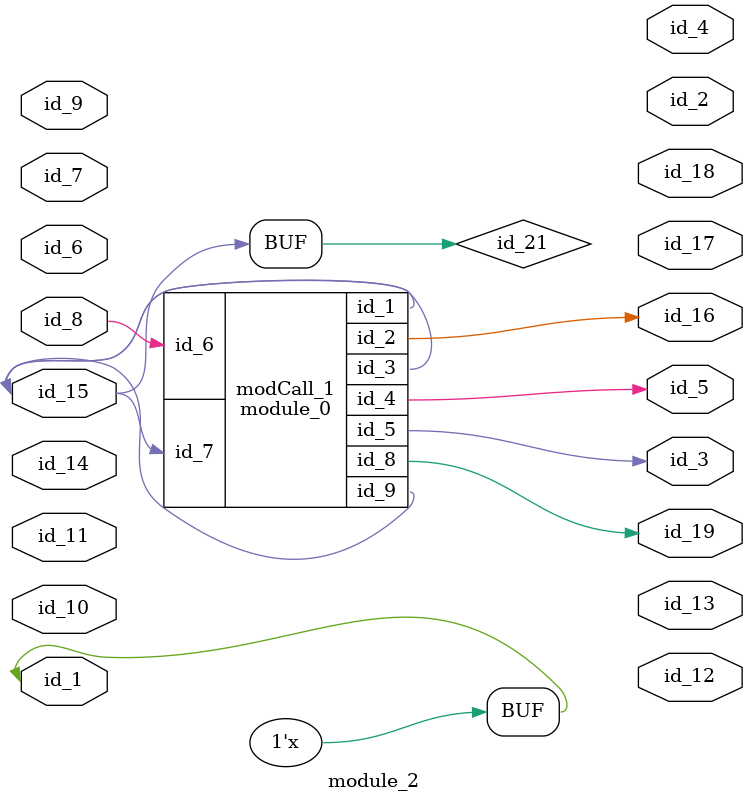
<source format=v>
module module_0 (
    id_1,
    id_2,
    id_3,
    id_4,
    id_5,
    id_6,
    id_7,
    id_8,
    id_9
);
  output wire id_9;
  output wire id_8;
  input wire id_7;
  input wire id_6;
  output wire id_5;
  output wire id_4;
  output wire id_3;
  output wire id_2;
  inout wire id_1;
  wire id_10;
  assign id_3 = id_7.id_6;
endmodule
module module_1 (
    input wor id_0
);
  wire id_2;
  module_0 modCall_1 (
      id_2,
      id_2,
      id_2,
      id_2,
      id_2,
      id_2,
      id_2,
      id_2,
      id_2
  );
endmodule
module module_2 (
    id_1,
    id_2,
    id_3,
    id_4,
    id_5,
    id_6,
    id_7,
    id_8,
    id_9,
    id_10,
    id_11,
    id_12,
    id_13,
    id_14,
    id_15,
    id_16,
    id_17,
    id_18,
    id_19
);
  output wire id_19;
  output wire id_18;
  output wire id_17;
  output wire id_16;
  inout wire id_15;
  inout wire id_14;
  output wire id_13;
  output wire id_12;
  inout wire id_11;
  input wire id_10;
  input wire id_9;
  input wire id_8;
  input wire id_7;
  inout wire id_6;
  output wire id_5;
  output wire id_4;
  output wire id_3;
  output wire id_2;
  inout wire id_1;
  integer id_20 = id_8 | -1;
  wire id_21 = id_15;
  module_0 modCall_1 (
      id_21,
      id_16,
      id_15,
      id_5,
      id_3,
      id_8,
      id_15,
      id_19,
      id_15
  );
  assign id_1 = id_6[1];
endmodule

</source>
